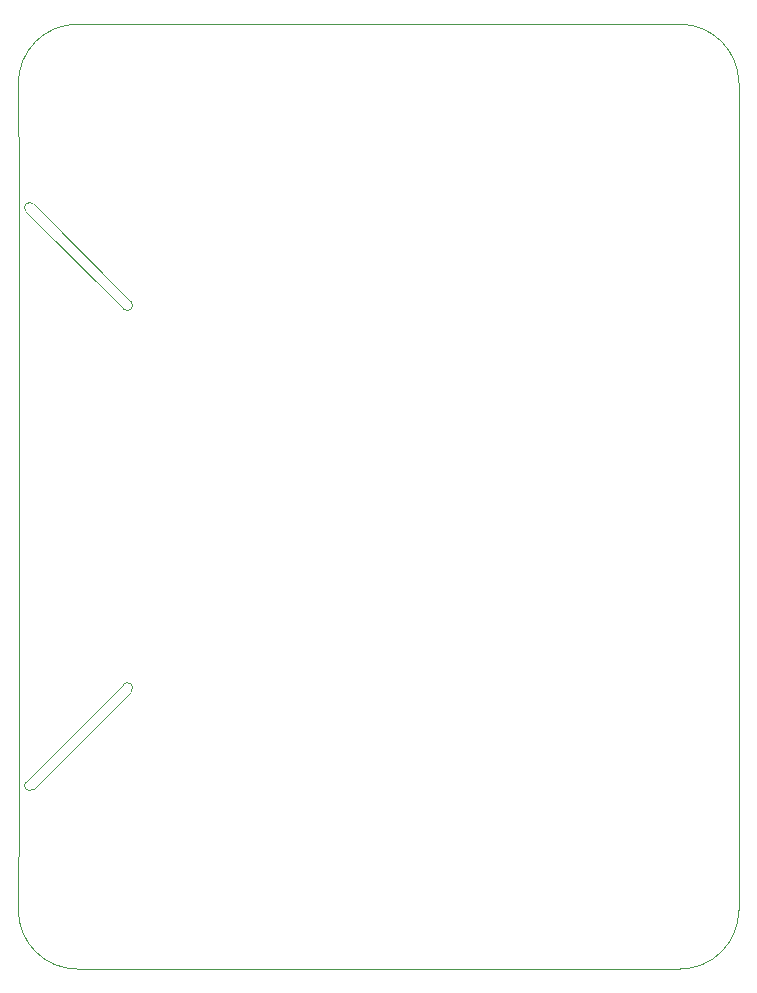
<source format=gbr>
%TF.GenerationSoftware,KiCad,Pcbnew,(5.1.9-0-10_14)*%
%TF.CreationDate,2021-04-08T14:44:04+02:00*%
%TF.ProjectId,Transformer-DBX286s,5472616e-7366-46f7-926d-65722d444258,rev?*%
%TF.SameCoordinates,Original*%
%TF.FileFunction,Profile,NP*%
%FSLAX46Y46*%
G04 Gerber Fmt 4.6, Leading zero omitted, Abs format (unit mm)*
G04 Created by KiCad (PCBNEW (5.1.9-0-10_14)) date 2021-04-08 14:44:04*
%MOMM*%
%LPD*%
G01*
G04 APERTURE LIST*
%TA.AperFunction,Profile*%
%ADD10C,0.050000*%
%TD*%
G04 APERTURE END LIST*
D10*
X120155001Y-75869999D02*
G75*
G02*
X120789999Y-75235001I317499J317499D01*
G01*
X120790000Y-124765000D02*
G75*
G02*
X120155000Y-124130000I-317500J317500D01*
G01*
X119520000Y-126035000D02*
X119520000Y-73965000D01*
X119500000Y-135000000D02*
X119520000Y-126035000D01*
X129044999Y-116509999D02*
G75*
G03*
X128410001Y-115875001I-317499J317499D01*
G01*
X129044999Y-116509999D02*
X120790000Y-124765000D01*
X120155000Y-124130000D02*
X128410001Y-115875001D01*
X129045000Y-83490000D02*
G75*
G02*
X128410000Y-84125000I-317500J-317500D01*
G01*
X129045000Y-83490000D02*
X120789999Y-75235001D01*
X120155001Y-75869999D02*
X128410000Y-84125000D01*
X180500000Y-135000000D02*
G75*
G02*
X175500000Y-140000000I-5000000J0D01*
G01*
X124500000Y-140000000D02*
G75*
G02*
X119500000Y-135000000I0J5000000D01*
G01*
X119500000Y-65000000D02*
G75*
G02*
X124500000Y-60000000I5000000J0D01*
G01*
X175500000Y-60000000D02*
G75*
G02*
X180500000Y-65000000I0J-5000000D01*
G01*
X119520000Y-73965000D02*
X119500000Y-65000000D01*
X175500000Y-140000000D02*
X124500000Y-140000000D01*
X180500000Y-65000000D02*
X180500000Y-135000000D01*
X124500000Y-60000000D02*
X175500000Y-60000000D01*
M02*

</source>
